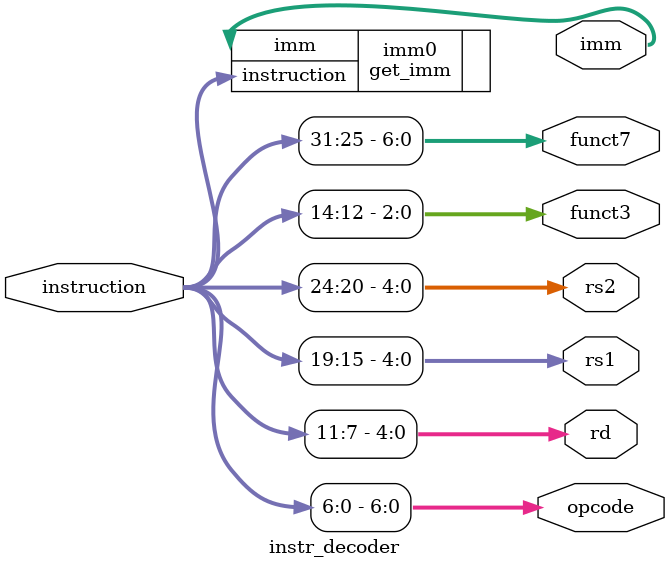
<source format=sv>
`timescale 1ns/1ps

module instr_decoder (instruction, opcode, rd, rs1, rs2, funct3, funct7, imm);
    input logic [31:0] instruction;
    output logic [6:0] opcode;
    output logic [4:0] rd;
    output logic [4:0] rs1;
    output logic [4:0] rs2;
    output logic [2:0] funct3;
    output logic [6:0] funct7;
    output logic [31:0] imm;

    assign opcode = instruction[6:0];
    assign rd = instruction[11:7];
    assign rs1 = instruction[19:15];
    assign rs2 = instruction[24:20];
    assign funct3 = instruction[14:12];
    assign funct7 = instruction[31:25];

    get_imm imm0 (.instruction(instruction), .imm(imm));
endmodule
</source>
